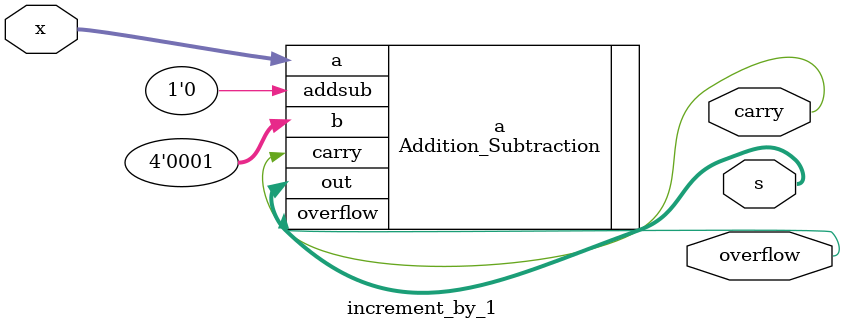
<source format=v>
`timescale 1ns / 1ps
`include "Addition_Subtraction.v"

module increment_by_1(

	input [3:0]x,
	output [3:0]s,
	output carry,
	output overflow

   );
	
	Addition_Subtraction a (
		.a(x),
		.b(4'b0001),
		.addsub(1'b0),
		.out(s),
		.carry(carry),
		.overflow(overflow)
	);	
	 

endmodule

</source>
